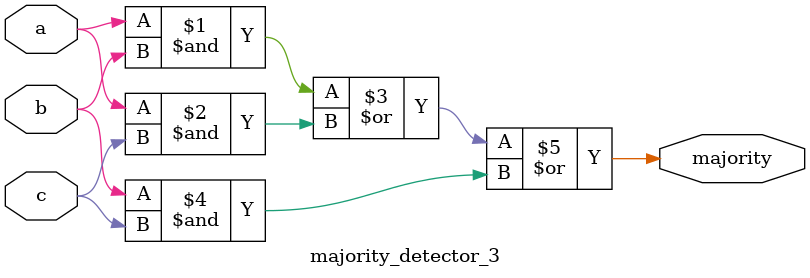
<source format=v>
module majority_detector_3 (
    input  wire a,
    input  wire b,
    input  wire c,
    output wire majority
);
    assign majority = (a & b) | (a & c) | (b & c);
endmodule

</source>
